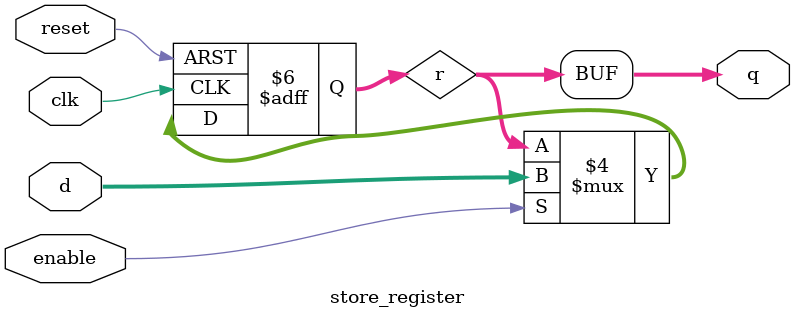
<source format=v>
module store_register(
// inputs
clk, enable, d, reset,
// outputs
q
);

parameter N = 6144;

input clk;
input enable;
input reset;
input [N-1:0] d;
output [N-1:0] q;
reg [N-1:0] r;
assign q = r;

always @ (posedge clk or posedge reset)
begin
    if (reset == 1) begin
        r <= 0;
    end else if (enable == 1) begin
        r <= d;
    end
end                
endmodule
</source>
